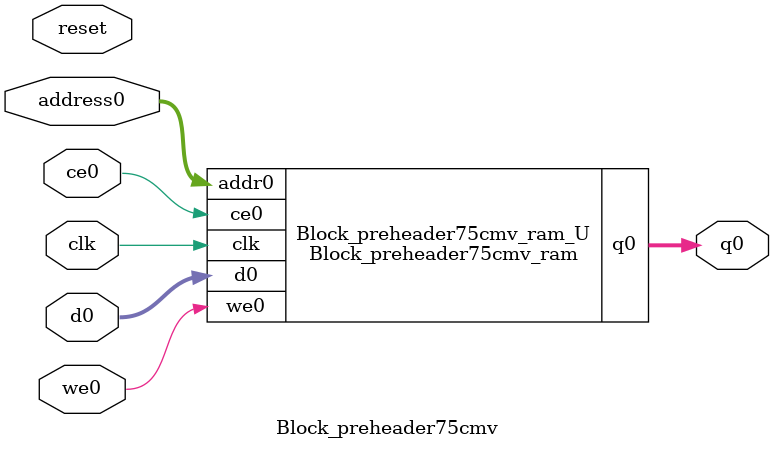
<source format=v>
`timescale 1 ns / 1 ps
module Block_preheader75cmv_ram (addr0, ce0, d0, we0, q0,  clk);

parameter DWIDTH = 5;
parameter AWIDTH = 9;
parameter MEM_SIZE = 264;

input[AWIDTH-1:0] addr0;
input ce0;
input[DWIDTH-1:0] d0;
input we0;
output reg[DWIDTH-1:0] q0;
input clk;

(* ram_style = "block" *)reg [DWIDTH-1:0] ram[0:MEM_SIZE-1];




always @(posedge clk)  
begin 
    if (ce0) begin
        if (we0) 
            ram[addr0] <= d0; 
        q0 <= ram[addr0];
    end
end


endmodule

`timescale 1 ns / 1 ps
module Block_preheader75cmv(
    reset,
    clk,
    address0,
    ce0,
    we0,
    d0,
    q0);

parameter DataWidth = 32'd5;
parameter AddressRange = 32'd264;
parameter AddressWidth = 32'd9;
input reset;
input clk;
input[AddressWidth - 1:0] address0;
input ce0;
input we0;
input[DataWidth - 1:0] d0;
output[DataWidth - 1:0] q0;



Block_preheader75cmv_ram Block_preheader75cmv_ram_U(
    .clk( clk ),
    .addr0( address0 ),
    .ce0( ce0 ),
    .we0( we0 ),
    .d0( d0 ),
    .q0( q0 ));

endmodule


</source>
